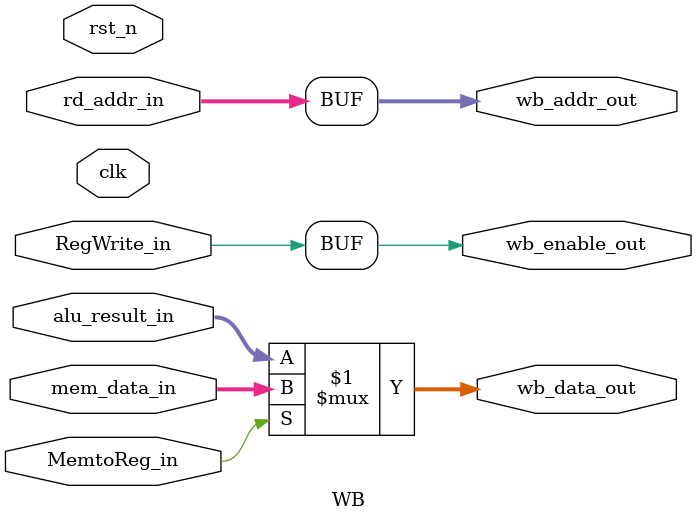
<source format=sv>
`timescale 1ns / 1ps

module WB (
    input logic clk,
    input logic rst_n,
    
    // Data inputs from MEM stage
    input logic [31:0] mem_data_in,
    input logic [31:0] alu_result_in,
    input logic [4:0] rd_addr_in,
    
    // Control signals
    input logic RegWrite_in,
    input logic MemtoReg_in,
    
    // Outputs
    output logic [31:0] wb_data_out,
    output logic [4:0] wb_addr_out,
    output logic wb_enable_out
);

    // Write-back data multiplexer
    assign wb_data_out = MemtoReg_in ? mem_data_in : alu_result_in;
    assign wb_addr_out = rd_addr_in;
    assign wb_enable_out = RegWrite_in;
    
    // Debug output
    always_ff @(posedge clk) begin
        if (RegWrite_in && rd_addr_in != 5'b0) begin
            $strobe("WB Stage - Write: x%0d <= %08h (from %s)", 
                    rd_addr_in, wb_data_out, MemtoReg_in ? "MEM" : "ALU");
        end
    end

endmodule

</source>
